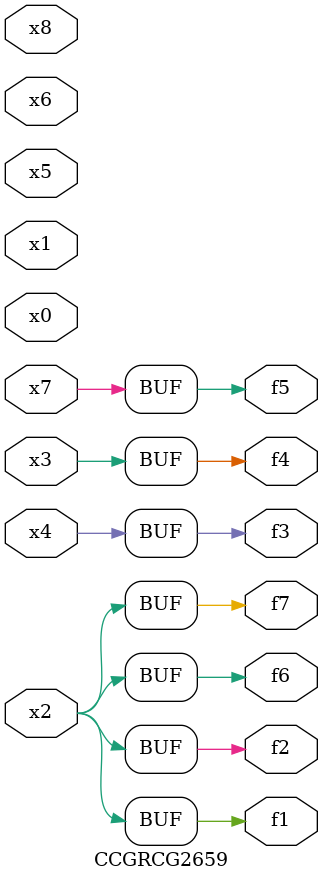
<source format=v>
module CCGRCG2659(
	input x0, x1, x2, x3, x4, x5, x6, x7, x8,
	output f1, f2, f3, f4, f5, f6, f7
);
	assign f1 = x2;
	assign f2 = x2;
	assign f3 = x4;
	assign f4 = x3;
	assign f5 = x7;
	assign f6 = x2;
	assign f7 = x2;
endmodule

</source>
